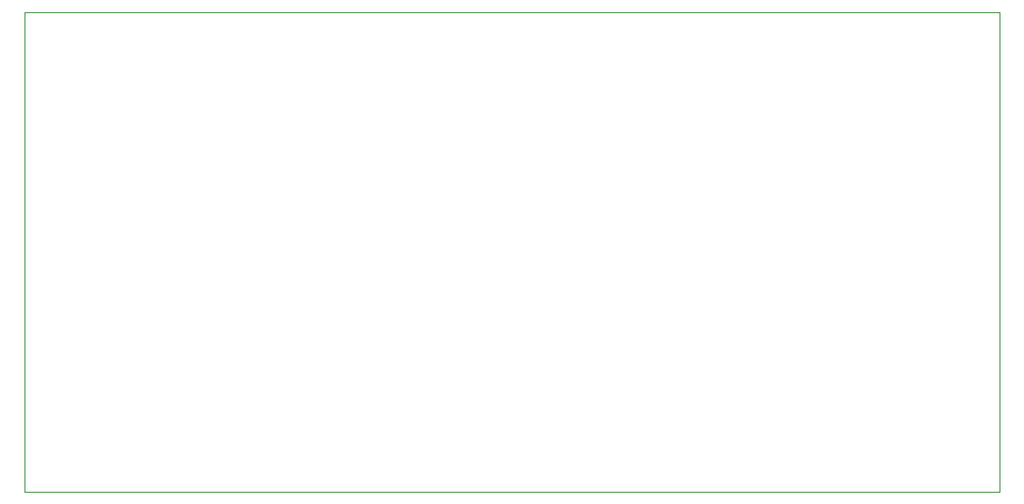
<source format=gbr>
G04 #@! TF.GenerationSoftware,KiCad,Pcbnew,(5.1.2)-2*
G04 #@! TF.CreationDate,2019-07-08T22:36:46+08:00*
G04 #@! TF.ProjectId,General Purpose Op Amp Eval-Board,47656e65-7261-46c2-9050-7572706f7365,rev?*
G04 #@! TF.SameCoordinates,Original*
G04 #@! TF.FileFunction,Profile,NP*
%FSLAX46Y46*%
G04 Gerber Fmt 4.6, Leading zero omitted, Abs format (unit mm)*
G04 Created by KiCad (PCBNEW (5.1.2)-2) date 2019-07-08 22:36:46*
%MOMM*%
%LPD*%
G04 APERTURE LIST*
%ADD10C,0.050000*%
G04 APERTURE END LIST*
D10*
X176530000Y-128270000D02*
X88900000Y-128270000D01*
X88900000Y-85090000D02*
X88900000Y-86360000D01*
X176530000Y-85090000D02*
X88900000Y-85090000D01*
X176530000Y-128270000D02*
X176530000Y-85090000D01*
X88900000Y-86360000D02*
X88900000Y-128270000D01*
M02*

</source>
